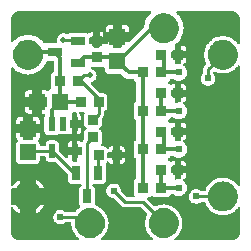
<source format=gbl>
G04 Layer: BottomLayer*
G04 EasyEDA v6.5.38, 2023-11-24 15:02:17*
G04 fd976b0eda274a6ca9a56c4ffa30f9f7,9a5be75d700b4a6385dc1106f27949ae,10*
G04 Gerber Generator version 0.2*
G04 Scale: 100 percent, Rotated: No, Reflected: No *
G04 Dimensions in millimeters *
G04 leading zeros omitted , absolute positions ,4 integer and 5 decimal *
%FSLAX45Y45*%
%MOMM*%

%AMMACRO1*21,1,$1,$2,0,0,$3*%
%ADD10C,0.3100*%
%ADD11C,0.2540*%
%ADD12MACRO1,0.864X0.8065X-90.0000*%
%ADD13R,1.3500X1.4100*%
%ADD14MACRO1,1.35X1.41X0.0000*%
%ADD15MACRO1,1.35X1.41X-90.0000*%
%ADD16MACRO1,0.8X0.9X0.0000*%
%ADD17MACRO1,0.8X0.9X-90.0000*%
%ADD18MACRO1,1.25X0.7X0.0000*%
%ADD19MACRO1,1.25X0.7X90.0000*%
%ADD20MACRO1,0.864X0.8065X90.0000*%
%ADD21R,0.8640X0.8065*%
%ADD22MACRO1,0.864X0.8065X0.0000*%
%ADD23MACRO1,0.49X1.157X0.0000*%
%ADD24MACRO1,0.49X1.175X0.0000*%
%ADD25C,0.6200*%
%ADD26C,0.5080*%
%ADD27C,0.0131*%

%LPD*%
G36*
X737514Y-339496D02*
G01*
X733602Y-338734D01*
X730300Y-336499D01*
X728116Y-333197D01*
X727354Y-329336D01*
X727354Y-306374D01*
X703072Y-306374D01*
X699160Y-305612D01*
X695858Y-303377D01*
X693674Y-300075D01*
X692912Y-296214D01*
X692912Y-263804D01*
X693674Y-259943D01*
X695858Y-256641D01*
X699160Y-254457D01*
X703072Y-253644D01*
X727354Y-253644D01*
X727354Y-209499D01*
X711708Y-209499D01*
X705256Y-210159D01*
X699516Y-211886D01*
X694283Y-214680D01*
X689914Y-218236D01*
X686460Y-220116D01*
X682498Y-220522D01*
X678688Y-219354D01*
X674014Y-216865D01*
X668324Y-215138D01*
X661873Y-214477D01*
X537870Y-214477D01*
X531418Y-215138D01*
X525729Y-216865D01*
X520446Y-219659D01*
X511962Y-226669D01*
X507644Y-227634D01*
X503326Y-226669D01*
X494080Y-222351D01*
X484682Y-219862D01*
X474980Y-218998D01*
X465277Y-219862D01*
X455879Y-222351D01*
X447040Y-226466D01*
X439064Y-232054D01*
X432206Y-238963D01*
X426618Y-246938D01*
X422503Y-255778D01*
X419963Y-265176D01*
X419100Y-274878D01*
X419963Y-284581D01*
X420522Y-286715D01*
X420827Y-290372D01*
X419760Y-293928D01*
X417525Y-296875D01*
X414375Y-298805D01*
X410718Y-299466D01*
X337870Y-299466D01*
X329488Y-300329D01*
X318516Y-303733D01*
X315010Y-303631D01*
X311708Y-302310D01*
X309118Y-299923D01*
X302158Y-291084D01*
X298500Y-286918D01*
X288086Y-276504D01*
X283921Y-272796D01*
X272338Y-263753D01*
X267817Y-260654D01*
X255270Y-253034D01*
X250393Y-250494D01*
X236931Y-244449D01*
X231851Y-242519D01*
X217779Y-238099D01*
X212394Y-236778D01*
X197916Y-234137D01*
X192430Y-233476D01*
X177698Y-232562D01*
X172262Y-232562D01*
X157581Y-233476D01*
X152044Y-234137D01*
X137566Y-236778D01*
X132232Y-238099D01*
X118160Y-242519D01*
X113080Y-244449D01*
X99618Y-250494D01*
X94742Y-253034D01*
X82143Y-260654D01*
X77673Y-263753D01*
X66090Y-272796D01*
X61925Y-276504D01*
X51511Y-286918D01*
X48260Y-290576D01*
X45008Y-293014D01*
X41097Y-293979D01*
X37084Y-293319D01*
X33629Y-291134D01*
X31343Y-287832D01*
X30530Y-283819D01*
X30530Y-101396D01*
X31445Y-89408D01*
X33629Y-79756D01*
X37185Y-70510D01*
X42011Y-61874D01*
X48056Y-54051D01*
X55117Y-47091D01*
X63093Y-41249D01*
X71831Y-36576D01*
X81127Y-33223D01*
X90830Y-31242D01*
X101396Y-30530D01*
X1208836Y-30530D01*
X1212799Y-31343D01*
X1216152Y-33629D01*
X1218336Y-37084D01*
X1218996Y-41097D01*
X1217980Y-45008D01*
X1215542Y-48260D01*
X1211884Y-51511D01*
X1201521Y-61925D01*
X1197813Y-66090D01*
X1188770Y-77673D01*
X1185672Y-82143D01*
X1178052Y-94742D01*
X1175512Y-99618D01*
X1169416Y-113080D01*
X1167485Y-118160D01*
X1163116Y-132232D01*
X1161796Y-137566D01*
X1159154Y-151993D01*
X1158341Y-159258D01*
X1157427Y-162560D01*
X1155446Y-165354D01*
X1032154Y-288645D01*
X1028852Y-290830D01*
X1024991Y-291592D01*
X971296Y-291592D01*
X971296Y-328828D01*
X970534Y-332740D01*
X968298Y-336042D01*
X964996Y-338226D01*
X961136Y-338988D01*
X901242Y-338988D01*
X897331Y-338226D01*
X894080Y-336042D01*
X891844Y-332740D01*
X891082Y-328828D01*
X891082Y-291592D01*
X852017Y-291592D01*
X852017Y-296214D01*
X851255Y-300075D01*
X849020Y-303377D01*
X845718Y-305612D01*
X841857Y-306374D01*
X785012Y-306374D01*
X785012Y-329336D01*
X784250Y-333197D01*
X782066Y-336499D01*
X778764Y-338734D01*
X774852Y-339496D01*
G37*

%LPC*%
G36*
X785012Y-253644D02*
G01*
X812850Y-253644D01*
X812850Y-218541D01*
X813612Y-214680D01*
X814781Y-212902D01*
X812850Y-211886D01*
X807110Y-210159D01*
X800709Y-209499D01*
X785012Y-209499D01*
G37*
G36*
X971296Y-208381D02*
G01*
X1029208Y-208381D01*
X1029208Y-179984D01*
X1028547Y-173583D01*
X1026820Y-167843D01*
X1024026Y-162560D01*
X1020216Y-157988D01*
X1015593Y-154178D01*
X1010361Y-151384D01*
X1004620Y-149606D01*
X998169Y-148996D01*
X971296Y-148996D01*
G37*
G36*
X832612Y-208381D02*
G01*
X891082Y-208381D01*
X891082Y-148996D01*
X864158Y-148996D01*
X857758Y-149606D01*
X852017Y-151384D01*
X846785Y-154178D01*
X842162Y-157988D01*
X838352Y-162560D01*
X835558Y-167843D01*
X833831Y-173583D01*
X833170Y-179984D01*
X833170Y-205790D01*
G37*

%LPD*%
G36*
X101396Y-1969516D02*
G01*
X89408Y-1968550D01*
X79756Y-1966366D01*
X70510Y-1962810D01*
X61874Y-1957984D01*
X54051Y-1951939D01*
X47091Y-1944878D01*
X41249Y-1936902D01*
X36576Y-1928164D01*
X33223Y-1918868D01*
X31242Y-1909165D01*
X30530Y-1898599D01*
X30530Y-1700022D01*
X31343Y-1695957D01*
X33782Y-1692554D01*
X37338Y-1690420D01*
X41503Y-1689912D01*
X45466Y-1691081D01*
X48666Y-1693773D01*
X55676Y-1702765D01*
X58572Y-1706016D01*
X68986Y-1716430D01*
X72237Y-1719275D01*
X83820Y-1728368D01*
X87325Y-1730756D01*
X99923Y-1738375D01*
X105156Y-1741017D01*
X105156Y-1669846D01*
X40690Y-1669846D01*
X36779Y-1669084D01*
X33477Y-1666849D01*
X31292Y-1663598D01*
X30530Y-1659686D01*
X30530Y-1540306D01*
X31292Y-1536395D01*
X33477Y-1533144D01*
X36779Y-1530908D01*
X40690Y-1530146D01*
X105156Y-1530146D01*
X105156Y-1458976D01*
X99923Y-1461617D01*
X87325Y-1469237D01*
X83820Y-1471625D01*
X72237Y-1480718D01*
X68986Y-1483563D01*
X58572Y-1493977D01*
X55676Y-1497228D01*
X48666Y-1506220D01*
X45466Y-1508912D01*
X41503Y-1510080D01*
X37338Y-1509572D01*
X33782Y-1507439D01*
X31343Y-1504035D01*
X30530Y-1499971D01*
X30530Y-516178D01*
X31343Y-512165D01*
X33629Y-508863D01*
X37084Y-506679D01*
X41097Y-506018D01*
X45008Y-506984D01*
X48260Y-509422D01*
X51511Y-513080D01*
X61925Y-523493D01*
X66090Y-527202D01*
X77673Y-536244D01*
X82143Y-539343D01*
X94742Y-546963D01*
X99618Y-549503D01*
X113080Y-555548D01*
X118160Y-557479D01*
X132232Y-561898D01*
X137566Y-563219D01*
X152044Y-565861D01*
X157581Y-566521D01*
X172262Y-567436D01*
X177698Y-567436D01*
X192430Y-566521D01*
X197916Y-565861D01*
X212394Y-563219D01*
X217779Y-561898D01*
X231851Y-557479D01*
X236931Y-555548D01*
X250393Y-549503D01*
X255270Y-546963D01*
X267817Y-539343D01*
X272338Y-536244D01*
X283921Y-527202D01*
X288086Y-523493D01*
X298500Y-513080D01*
X302158Y-508914D01*
X311251Y-497332D01*
X314350Y-492810D01*
X321970Y-480263D01*
X324510Y-475386D01*
X330555Y-461924D01*
X332435Y-457047D01*
X334568Y-453643D01*
X337921Y-451307D01*
X341934Y-450494D01*
X383489Y-450494D01*
X387400Y-451256D01*
X390702Y-453491D01*
X392887Y-456793D01*
X393649Y-460654D01*
X393649Y-538429D01*
X392988Y-542036D01*
X391160Y-545134D01*
X386892Y-548182D01*
X380746Y-553212D01*
X375716Y-559308D01*
X371957Y-566318D01*
X369671Y-573887D01*
X368858Y-582320D01*
X368858Y-667715D01*
X369671Y-676097D01*
X371551Y-682244D01*
X371906Y-686155D01*
X370789Y-689965D01*
X368249Y-693013D01*
X357022Y-698855D01*
X350875Y-703884D01*
X347573Y-706983D01*
X344322Y-708253D01*
X340868Y-708355D01*
X337566Y-707237D01*
X332130Y-704342D01*
X326440Y-702614D01*
X319989Y-702005D01*
X291592Y-702005D01*
X291592Y-759917D01*
X328828Y-759917D01*
X332740Y-760679D01*
X336042Y-762863D01*
X338226Y-766165D01*
X338988Y-770077D01*
X338988Y-828141D01*
X338429Y-831443D01*
X335432Y-836168D01*
X333248Y-838301D01*
X330454Y-839622D01*
X327456Y-840079D01*
X291592Y-840079D01*
X291592Y-897991D01*
X308457Y-897991D01*
X312166Y-898702D01*
X315366Y-900684D01*
X317601Y-903732D01*
X318566Y-907389D01*
X318160Y-911098D01*
X315823Y-918870D01*
X315010Y-927252D01*
X315010Y-1041958D01*
X315823Y-1050391D01*
X318109Y-1057960D01*
X321868Y-1064971D01*
X326898Y-1071067D01*
X333044Y-1076096D01*
X340004Y-1079855D01*
X347624Y-1082141D01*
X356006Y-1083005D01*
X404012Y-1083005D01*
X412394Y-1082141D01*
X419963Y-1079855D01*
X426974Y-1076096D01*
X430885Y-1072896D01*
X433730Y-1071270D01*
X436981Y-1070610D01*
X440283Y-1071067D01*
X444550Y-1072337D01*
X451002Y-1072997D01*
X499008Y-1072997D01*
X505459Y-1072337D01*
X511098Y-1070610D01*
X517601Y-1067054D01*
X520801Y-1065936D01*
X524205Y-1065936D01*
X527405Y-1067054D01*
X533908Y-1070610D01*
X539546Y-1072337D01*
X545998Y-1072997D01*
X551383Y-1072997D01*
X551383Y-1019911D01*
X540156Y-1019911D01*
X536295Y-1019149D01*
X532993Y-1016914D01*
X530758Y-1013612D01*
X529996Y-1009751D01*
X529996Y-959510D01*
X530758Y-955598D01*
X532993Y-952347D01*
X536295Y-950112D01*
X540156Y-949350D01*
X551383Y-949350D01*
X551383Y-896975D01*
X551992Y-893521D01*
X556564Y-885393D01*
X558749Y-882650D01*
X561644Y-880821D01*
X565048Y-880059D01*
X568502Y-880465D01*
X576478Y-882903D01*
X579424Y-883158D01*
X583031Y-884224D01*
X585978Y-886460D01*
X587908Y-889609D01*
X588619Y-893267D01*
X588619Y-949350D01*
X624992Y-949350D01*
X624992Y-927252D01*
X624382Y-920851D01*
X622655Y-915111D01*
X619810Y-909828D01*
X616051Y-905256D01*
X611733Y-901700D01*
X609142Y-898499D01*
X608076Y-894537D01*
X608634Y-890422D01*
X610768Y-886917D01*
X614172Y-884529D01*
X618185Y-883716D01*
X644194Y-883716D01*
X647903Y-884428D01*
X651103Y-886409D01*
X653338Y-889457D01*
X654354Y-893064D01*
X653948Y-896823D01*
X651916Y-903427D01*
X651306Y-909828D01*
X651306Y-989482D01*
X651916Y-995934D01*
X653643Y-1001674D01*
X656488Y-1006906D01*
X660247Y-1011529D01*
X664870Y-1015339D01*
X666242Y-1016050D01*
X669544Y-1018844D01*
X671372Y-1022807D01*
X671372Y-1027176D01*
X669544Y-1031138D01*
X666242Y-1033983D01*
X664870Y-1034694D01*
X660247Y-1038453D01*
X656488Y-1043076D01*
X653643Y-1048359D01*
X651916Y-1054049D01*
X651306Y-1060500D01*
X651306Y-1108710D01*
X650544Y-1112570D01*
X648360Y-1115872D01*
X643280Y-1121054D01*
X638302Y-1127607D01*
X634593Y-1135126D01*
X632104Y-1138275D01*
X628599Y-1140256D01*
X624586Y-1140714D01*
X620725Y-1139545D01*
X617626Y-1137005D01*
X616051Y-1135075D01*
X611428Y-1131316D01*
X606145Y-1128471D01*
X600456Y-1126744D01*
X594004Y-1126134D01*
X588619Y-1126134D01*
X588619Y-1179626D01*
X621639Y-1179626D01*
X625500Y-1180439D01*
X628802Y-1182624D01*
X631037Y-1185926D01*
X631799Y-1189786D01*
X631799Y-1240942D01*
X631037Y-1244803D01*
X628802Y-1248105D01*
X625500Y-1250340D01*
X621639Y-1251102D01*
X588619Y-1251102D01*
X588619Y-1296822D01*
X587806Y-1300734D01*
X585622Y-1304036D01*
X582320Y-1306220D01*
X578459Y-1306982D01*
X561543Y-1306982D01*
X557682Y-1306220D01*
X554380Y-1304036D01*
X552196Y-1300734D01*
X551383Y-1296822D01*
X551383Y-1251102D01*
X515010Y-1251102D01*
X515010Y-1264716D01*
X514248Y-1268628D01*
X512013Y-1271930D01*
X508711Y-1274114D01*
X504850Y-1274876D01*
X500938Y-1274114D01*
X497636Y-1271930D01*
X437997Y-1212240D01*
X435762Y-1208938D01*
X435000Y-1205077D01*
X435000Y-1157122D01*
X434390Y-1150670D01*
X432612Y-1144981D01*
X429818Y-1139698D01*
X426059Y-1135075D01*
X421436Y-1131316D01*
X416153Y-1128471D01*
X410464Y-1126744D01*
X404012Y-1126134D01*
X356006Y-1126134D01*
X349554Y-1126744D01*
X343865Y-1128471D01*
X338582Y-1131316D01*
X333959Y-1135075D01*
X330200Y-1139698D01*
X327355Y-1144981D01*
X325628Y-1150670D01*
X325018Y-1157122D01*
X325018Y-1161999D01*
X324205Y-1165910D01*
X322021Y-1169162D01*
X318719Y-1171397D01*
X314858Y-1172159D01*
X283159Y-1172159D01*
X279298Y-1171397D01*
X275996Y-1169162D01*
X273761Y-1165910D01*
X272999Y-1161999D01*
X272999Y-1154988D01*
X272389Y-1148537D01*
X270662Y-1142847D01*
X267817Y-1137564D01*
X261162Y-1129334D01*
X260197Y-1125016D01*
X261162Y-1120648D01*
X267817Y-1112418D01*
X270662Y-1107135D01*
X272389Y-1101445D01*
X272999Y-1094994D01*
X272999Y-1066596D01*
X215087Y-1066596D01*
X215087Y-1113840D01*
X214325Y-1117701D01*
X212140Y-1121003D01*
X208838Y-1123238D01*
X204927Y-1124000D01*
X145084Y-1124000D01*
X141173Y-1123238D01*
X137871Y-1121003D01*
X135686Y-1117701D01*
X134924Y-1113840D01*
X134924Y-1066596D01*
X77012Y-1066596D01*
X77012Y-1094994D01*
X77622Y-1101445D01*
X79349Y-1107135D01*
X82194Y-1112418D01*
X88849Y-1120648D01*
X89814Y-1125016D01*
X88849Y-1129334D01*
X82194Y-1137564D01*
X79349Y-1142847D01*
X77622Y-1148537D01*
X77012Y-1154988D01*
X77012Y-1294993D01*
X77622Y-1301445D01*
X79349Y-1307134D01*
X82194Y-1312418D01*
X85953Y-1317040D01*
X90576Y-1320800D01*
X95859Y-1323644D01*
X101549Y-1325372D01*
X108000Y-1326032D01*
X242011Y-1326032D01*
X248462Y-1325372D01*
X254152Y-1323644D01*
X259435Y-1320800D01*
X264058Y-1317040D01*
X267817Y-1312418D01*
X270662Y-1307134D01*
X272389Y-1301445D01*
X272999Y-1294993D01*
X272999Y-1268730D01*
X273761Y-1264818D01*
X275996Y-1261567D01*
X279298Y-1259332D01*
X283159Y-1258570D01*
X314858Y-1258570D01*
X318719Y-1259332D01*
X322021Y-1261567D01*
X324205Y-1264818D01*
X325018Y-1268730D01*
X325018Y-1273606D01*
X325628Y-1280058D01*
X327355Y-1285798D01*
X330200Y-1291031D01*
X333959Y-1295654D01*
X338582Y-1299464D01*
X343865Y-1302258D01*
X349554Y-1303985D01*
X356006Y-1304645D01*
X403961Y-1304645D01*
X407822Y-1305407D01*
X411124Y-1307592D01*
X511505Y-1407972D01*
X513740Y-1411274D01*
X514502Y-1415186D01*
X514502Y-1462024D01*
X515112Y-1468424D01*
X516839Y-1474165D01*
X519684Y-1479448D01*
X523443Y-1484020D01*
X528066Y-1487830D01*
X533349Y-1490624D01*
X539038Y-1492351D01*
X545490Y-1493012D01*
X614476Y-1493012D01*
X618134Y-1492656D01*
X622096Y-1493062D01*
X625551Y-1494891D01*
X628091Y-1497990D01*
X629259Y-1501749D01*
X628853Y-1505712D01*
X626973Y-1509217D01*
X618439Y-1515973D01*
X614680Y-1520545D01*
X611886Y-1525828D01*
X610108Y-1531569D01*
X609498Y-1537970D01*
X609498Y-1661972D01*
X610108Y-1668424D01*
X611886Y-1674164D01*
X616559Y-1683105D01*
X616762Y-1687220D01*
X615340Y-1691132D01*
X612495Y-1694129D01*
X608838Y-1696618D01*
X597255Y-1705711D01*
X594004Y-1708556D01*
X583590Y-1718970D01*
X580694Y-1722221D01*
X576326Y-1727860D01*
X574090Y-1729943D01*
X571347Y-1731314D01*
X568299Y-1731772D01*
X497738Y-1731772D01*
X494436Y-1731213D01*
X491490Y-1729638D01*
X483616Y-1723491D01*
X474675Y-1718665D01*
X465074Y-1715363D01*
X455066Y-1713687D01*
X444906Y-1713687D01*
X434898Y-1715363D01*
X425297Y-1718665D01*
X416356Y-1723491D01*
X408381Y-1729739D01*
X401472Y-1737207D01*
X395935Y-1745691D01*
X391871Y-1754987D01*
X389382Y-1764842D01*
X388518Y-1774952D01*
X389382Y-1785061D01*
X391871Y-1794916D01*
X395935Y-1804212D01*
X401472Y-1812696D01*
X408381Y-1820164D01*
X416356Y-1826412D01*
X425297Y-1831238D01*
X434898Y-1834540D01*
X444906Y-1836216D01*
X455066Y-1836216D01*
X465074Y-1834540D01*
X474675Y-1831238D01*
X483616Y-1826412D01*
X491490Y-1820316D01*
X494436Y-1818741D01*
X497738Y-1818182D01*
X532434Y-1818182D01*
X536194Y-1818893D01*
X539445Y-1820925D01*
X541680Y-1824024D01*
X542594Y-1827733D01*
X543458Y-1841804D01*
X543966Y-1846122D01*
X546608Y-1860600D01*
X547674Y-1864817D01*
X552043Y-1878838D01*
X553567Y-1882851D01*
X559612Y-1896262D01*
X561594Y-1900072D01*
X569214Y-1912670D01*
X571652Y-1916175D01*
X580694Y-1927758D01*
X583590Y-1931009D01*
X594004Y-1941423D01*
X597255Y-1944319D01*
X606247Y-1951329D01*
X608888Y-1954530D01*
X610108Y-1958492D01*
X609600Y-1962657D01*
X607415Y-1966214D01*
X604062Y-1968652D01*
X599948Y-1969516D01*
G37*

%LPC*%
G36*
X244856Y-1741017D02*
G01*
X250088Y-1738375D01*
X262636Y-1730756D01*
X266141Y-1728368D01*
X277774Y-1719275D01*
X281025Y-1716430D01*
X291439Y-1706016D01*
X294284Y-1702765D01*
X303377Y-1691132D01*
X305765Y-1687677D01*
X313385Y-1675079D01*
X316026Y-1669846D01*
X244856Y-1669846D01*
G37*
G36*
X244856Y-1530146D02*
G01*
X316026Y-1530146D01*
X313385Y-1524914D01*
X305765Y-1512316D01*
X303377Y-1508861D01*
X294284Y-1497228D01*
X291439Y-1493977D01*
X281025Y-1483563D01*
X277774Y-1480718D01*
X266141Y-1471625D01*
X262636Y-1469237D01*
X250088Y-1461617D01*
X244856Y-1458976D01*
G37*
G36*
X515010Y-1179626D02*
G01*
X551383Y-1179626D01*
X551383Y-1126134D01*
X545998Y-1126134D01*
X539546Y-1126744D01*
X533857Y-1128471D01*
X528574Y-1131316D01*
X523951Y-1135075D01*
X520192Y-1139698D01*
X517347Y-1144981D01*
X515620Y-1150670D01*
X515010Y-1157122D01*
G37*
G36*
X588619Y-1072997D02*
G01*
X594004Y-1072997D01*
X600456Y-1072337D01*
X606145Y-1070610D01*
X611428Y-1067816D01*
X616051Y-1064006D01*
X619810Y-1059383D01*
X622655Y-1054150D01*
X624382Y-1048410D01*
X624992Y-1041958D01*
X624992Y-1019911D01*
X588619Y-1019911D01*
G37*
G36*
X77012Y-983386D02*
G01*
X134924Y-983386D01*
X134924Y-924001D01*
X108000Y-924001D01*
X101549Y-924610D01*
X95859Y-926337D01*
X90576Y-929182D01*
X85953Y-932942D01*
X82194Y-937564D01*
X79349Y-942848D01*
X77622Y-948537D01*
X77012Y-954989D01*
G37*
G36*
X215087Y-983386D02*
G01*
X272999Y-983386D01*
X272999Y-954989D01*
X272389Y-948537D01*
X270662Y-942848D01*
X267817Y-937564D01*
X264058Y-932942D01*
X259435Y-929182D01*
X254152Y-926337D01*
X248462Y-924610D01*
X242011Y-924001D01*
X215087Y-924001D01*
G37*
G36*
X179984Y-897991D02*
G01*
X208381Y-897991D01*
X208381Y-840079D01*
X148996Y-840079D01*
X148996Y-867003D01*
X149606Y-873455D01*
X151384Y-879144D01*
X154178Y-884428D01*
X157937Y-889050D01*
X162560Y-892810D01*
X167843Y-895654D01*
X173532Y-897382D01*
G37*
G36*
X148996Y-759917D02*
G01*
X208381Y-759917D01*
X208381Y-702005D01*
X179984Y-702005D01*
X173532Y-702614D01*
X167843Y-704342D01*
X162560Y-707186D01*
X157937Y-710946D01*
X154178Y-715568D01*
X151384Y-720852D01*
X149606Y-726541D01*
X148996Y-732993D01*
G37*

%LPD*%
G36*
X800049Y-1969516D02*
G01*
X795934Y-1968652D01*
X792581Y-1966214D01*
X790397Y-1962657D01*
X789889Y-1958492D01*
X791108Y-1954530D01*
X793750Y-1951329D01*
X802741Y-1944319D01*
X805992Y-1941423D01*
X816406Y-1931009D01*
X819302Y-1927758D01*
X828344Y-1916175D01*
X830783Y-1912670D01*
X838403Y-1900072D01*
X840384Y-1896262D01*
X846429Y-1882851D01*
X847953Y-1878838D01*
X852322Y-1864817D01*
X853389Y-1860600D01*
X856030Y-1846122D01*
X856538Y-1841804D01*
X857453Y-1827123D01*
X857453Y-1822856D01*
X856538Y-1808175D01*
X856030Y-1803857D01*
X853389Y-1789379D01*
X852322Y-1785213D01*
X847953Y-1771142D01*
X846429Y-1767179D01*
X840384Y-1753717D01*
X838403Y-1749907D01*
X830783Y-1737360D01*
X828344Y-1733854D01*
X819302Y-1722221D01*
X816406Y-1718970D01*
X805992Y-1708556D01*
X802741Y-1705711D01*
X791159Y-1696618D01*
X787654Y-1694230D01*
X775055Y-1686610D01*
X771245Y-1684629D01*
X757834Y-1678584D01*
X753821Y-1677060D01*
X747369Y-1675028D01*
X744270Y-1673453D01*
X741934Y-1670913D01*
X740511Y-1667764D01*
X740257Y-1664309D01*
X740511Y-1661972D01*
X740511Y-1537970D01*
X739851Y-1531569D01*
X738124Y-1525828D01*
X735330Y-1520545D01*
X731520Y-1515973D01*
X723036Y-1509217D01*
X721156Y-1505712D01*
X720750Y-1501749D01*
X721918Y-1497990D01*
X724408Y-1494891D01*
X727913Y-1493062D01*
X731875Y-1492656D01*
X735482Y-1493012D01*
X804519Y-1493012D01*
X810920Y-1492351D01*
X816660Y-1490624D01*
X821944Y-1487830D01*
X826516Y-1484020D01*
X830326Y-1479448D01*
X833119Y-1474165D01*
X834847Y-1468424D01*
X835507Y-1462024D01*
X835507Y-1338021D01*
X834847Y-1331569D01*
X833069Y-1325676D01*
X832713Y-1321714D01*
X833831Y-1317955D01*
X840333Y-1310132D01*
X841044Y-1308760D01*
X843889Y-1305458D01*
X847801Y-1303629D01*
X852169Y-1303629D01*
X856132Y-1305458D01*
X858977Y-1308760D01*
X859688Y-1310132D01*
X863447Y-1314754D01*
X868070Y-1318514D01*
X873353Y-1321358D01*
X879043Y-1323086D01*
X885494Y-1323695D01*
X898804Y-1323695D01*
X898804Y-1277924D01*
X855675Y-1277924D01*
X851763Y-1277162D01*
X848461Y-1274978D01*
X846277Y-1271676D01*
X845515Y-1267764D01*
X845515Y-1232204D01*
X846277Y-1228344D01*
X848461Y-1225042D01*
X851763Y-1222806D01*
X855675Y-1222044D01*
X898804Y-1222044D01*
X898804Y-1176274D01*
X885494Y-1176274D01*
X879043Y-1176934D01*
X873353Y-1178661D01*
X868070Y-1181455D01*
X863447Y-1185265D01*
X859688Y-1189888D01*
X858977Y-1191209D01*
X856132Y-1194511D01*
X852169Y-1196340D01*
X847801Y-1196340D01*
X843889Y-1194511D01*
X841044Y-1191209D01*
X840333Y-1189888D01*
X836523Y-1185265D01*
X831900Y-1181455D01*
X826668Y-1178661D01*
X820928Y-1176934D01*
X814476Y-1176274D01*
X799642Y-1176274D01*
X795883Y-1175562D01*
X792683Y-1173530D01*
X790448Y-1170482D01*
X789482Y-1166774D01*
X789990Y-1163015D01*
X791768Y-1159662D01*
X793546Y-1157579D01*
X796340Y-1152296D01*
X798068Y-1146606D01*
X798728Y-1140155D01*
X798728Y-1060500D01*
X798068Y-1054049D01*
X796340Y-1048359D01*
X793546Y-1043076D01*
X789736Y-1038453D01*
X785114Y-1034694D01*
X783793Y-1033983D01*
X780491Y-1031138D01*
X778662Y-1027176D01*
X778662Y-1022807D01*
X780491Y-1018844D01*
X783793Y-1016050D01*
X785114Y-1015339D01*
X789736Y-1011529D01*
X793546Y-1006906D01*
X796340Y-1001674D01*
X798068Y-995934D01*
X798728Y-989482D01*
X798728Y-941273D01*
X799490Y-937412D01*
X801624Y-934110D01*
X807059Y-928624D01*
X812038Y-922070D01*
X815594Y-914908D01*
X817778Y-907237D01*
X818540Y-898855D01*
X818540Y-881532D01*
X819454Y-877316D01*
X821994Y-873912D01*
X825753Y-871829D01*
X827278Y-871321D01*
X832561Y-868527D01*
X837184Y-864717D01*
X840994Y-860145D01*
X843787Y-854862D01*
X845515Y-849121D01*
X846175Y-842721D01*
X846175Y-757275D01*
X845515Y-750874D01*
X843787Y-745134D01*
X840994Y-739902D01*
X837184Y-735279D01*
X832561Y-731469D01*
X827278Y-728675D01*
X821588Y-726948D01*
X815136Y-726287D01*
X791616Y-726287D01*
X787704Y-725525D01*
X784402Y-723341D01*
X707390Y-646277D01*
X705104Y-642721D01*
X704443Y-638556D01*
X705510Y-634492D01*
X708152Y-631190D01*
X711962Y-629259D01*
X719074Y-627380D01*
X727913Y-623265D01*
X735888Y-617677D01*
X742797Y-610768D01*
X748385Y-602792D01*
X752500Y-593953D01*
X754989Y-584555D01*
X755853Y-574852D01*
X754989Y-565150D01*
X752500Y-555752D01*
X748385Y-546912D01*
X742797Y-538937D01*
X735888Y-532079D01*
X727913Y-526491D01*
X719074Y-522376D01*
X712012Y-520496D01*
X708304Y-518617D01*
X705662Y-515416D01*
X704545Y-511403D01*
X705053Y-507288D01*
X707186Y-503732D01*
X710590Y-501345D01*
X714654Y-500481D01*
X800709Y-500481D01*
X809091Y-499668D01*
X813816Y-498957D01*
X817422Y-499973D01*
X820470Y-502208D01*
X822452Y-505409D01*
X823163Y-509117D01*
X823163Y-519988D01*
X823976Y-528421D01*
X826312Y-535990D01*
X830021Y-543001D01*
X835050Y-549097D01*
X841197Y-554126D01*
X848207Y-557885D01*
X855776Y-560171D01*
X864158Y-561035D01*
X958799Y-561035D01*
X962660Y-561797D01*
X965962Y-563981D01*
X991412Y-589432D01*
X995171Y-592886D01*
X999032Y-595884D01*
X1003198Y-598474D01*
X1007516Y-600760D01*
X1012037Y-602640D01*
X1016660Y-604113D01*
X1021435Y-605129D01*
X1026312Y-605790D01*
X1031392Y-605993D01*
X1064463Y-605993D01*
X1068019Y-606653D01*
X1071168Y-608533D01*
X1073404Y-611378D01*
X1075690Y-615696D01*
X1080719Y-621792D01*
X1086866Y-626821D01*
X1091133Y-629869D01*
X1093012Y-632968D01*
X1093673Y-636574D01*
X1093673Y-788466D01*
X1093012Y-792022D01*
X1091133Y-795121D01*
X1086866Y-798169D01*
X1080719Y-803198D01*
X1075690Y-809345D01*
X1071981Y-816305D01*
X1069644Y-823925D01*
X1068832Y-832307D01*
X1068832Y-917702D01*
X1069644Y-926084D01*
X1071981Y-933703D01*
X1075690Y-940663D01*
X1080719Y-946810D01*
X1086866Y-951839D01*
X1091133Y-954836D01*
X1093012Y-957986D01*
X1093673Y-961542D01*
X1093673Y-1113434D01*
X1093012Y-1117041D01*
X1091133Y-1120140D01*
X1086866Y-1123137D01*
X1080719Y-1128166D01*
X1075690Y-1134313D01*
X1071981Y-1141323D01*
X1069644Y-1148892D01*
X1068832Y-1157274D01*
X1068832Y-1242720D01*
X1069644Y-1251102D01*
X1071981Y-1258671D01*
X1075690Y-1265682D01*
X1080719Y-1271828D01*
X1086866Y-1276858D01*
X1091133Y-1279855D01*
X1093012Y-1282954D01*
X1093673Y-1286560D01*
X1093673Y-1438452D01*
X1093012Y-1442008D01*
X1091133Y-1445158D01*
X1086866Y-1448155D01*
X1080719Y-1453184D01*
X1075690Y-1459331D01*
X1071981Y-1466291D01*
X1069644Y-1473911D01*
X1068832Y-1482293D01*
X1068832Y-1567688D01*
X1069644Y-1576070D01*
X1071981Y-1583639D01*
X1076401Y-1591767D01*
X1077569Y-1595780D01*
X1077061Y-1599895D01*
X1074928Y-1603502D01*
X1071524Y-1605940D01*
X1067460Y-1606804D01*
X1022146Y-1606804D01*
X1018235Y-1606042D01*
X1014933Y-1603806D01*
X964133Y-1553006D01*
X962101Y-1550111D01*
X961186Y-1546656D01*
X960628Y-1539849D01*
X958138Y-1529994D01*
X954074Y-1520698D01*
X948486Y-1512214D01*
X941628Y-1504746D01*
X933602Y-1498498D01*
X924712Y-1493672D01*
X915111Y-1490370D01*
X905052Y-1488694D01*
X894943Y-1488694D01*
X884885Y-1490370D01*
X875284Y-1493672D01*
X866394Y-1498498D01*
X858367Y-1504746D01*
X851509Y-1512214D01*
X845921Y-1520698D01*
X841857Y-1529994D01*
X839368Y-1539849D01*
X838504Y-1549958D01*
X839368Y-1560068D01*
X841857Y-1569923D01*
X845921Y-1579219D01*
X851509Y-1587703D01*
X858367Y-1595170D01*
X866394Y-1601419D01*
X875284Y-1606245D01*
X884885Y-1609547D01*
X899820Y-1611985D01*
X903122Y-1614220D01*
X970686Y-1681683D01*
X977290Y-1686712D01*
X984453Y-1690268D01*
X992124Y-1692402D01*
X1000506Y-1693214D01*
X1127912Y-1693214D01*
X1131773Y-1693976D01*
X1135075Y-1696161D01*
X1182116Y-1743252D01*
X1184402Y-1746605D01*
X1185113Y-1750618D01*
X1184198Y-1754581D01*
X1178560Y-1767179D01*
X1177036Y-1771142D01*
X1172667Y-1785213D01*
X1171600Y-1789379D01*
X1168958Y-1803857D01*
X1168450Y-1808175D01*
X1167587Y-1822856D01*
X1167587Y-1827123D01*
X1168450Y-1841804D01*
X1168958Y-1846122D01*
X1171600Y-1860600D01*
X1172667Y-1864817D01*
X1177036Y-1878838D01*
X1178560Y-1882851D01*
X1184605Y-1896262D01*
X1186586Y-1900072D01*
X1194206Y-1912670D01*
X1196644Y-1916175D01*
X1205687Y-1927758D01*
X1208582Y-1931009D01*
X1218996Y-1941423D01*
X1222248Y-1944319D01*
X1231239Y-1951329D01*
X1233932Y-1954530D01*
X1235100Y-1958492D01*
X1234592Y-1962657D01*
X1232458Y-1966214D01*
X1229055Y-1968652D01*
X1224991Y-1969516D01*
G37*

%LPC*%
G36*
X951839Y-1323695D02*
G01*
X965149Y-1323695D01*
X971600Y-1323086D01*
X977290Y-1321358D01*
X982573Y-1318514D01*
X987196Y-1314754D01*
X990955Y-1310132D01*
X993800Y-1304848D01*
X995527Y-1299159D01*
X996137Y-1292707D01*
X996137Y-1277924D01*
X951839Y-1277924D01*
G37*
G36*
X951839Y-1222044D02*
G01*
X996137Y-1222044D01*
X996137Y-1207312D01*
X995527Y-1200861D01*
X993800Y-1195120D01*
X990955Y-1189888D01*
X987196Y-1185265D01*
X982573Y-1181455D01*
X977290Y-1178661D01*
X971600Y-1176934D01*
X965149Y-1176274D01*
X951839Y-1176274D01*
G37*

%LPD*%
G36*
X1425041Y-1969516D02*
G01*
X1420926Y-1968652D01*
X1417574Y-1966214D01*
X1415440Y-1962657D01*
X1414881Y-1958492D01*
X1416100Y-1954530D01*
X1418793Y-1951329D01*
X1427784Y-1944319D01*
X1431036Y-1941423D01*
X1441399Y-1931009D01*
X1444294Y-1927758D01*
X1453388Y-1916175D01*
X1455775Y-1912670D01*
X1463395Y-1900072D01*
X1465376Y-1896262D01*
X1471422Y-1882851D01*
X1472946Y-1878838D01*
X1477365Y-1864817D01*
X1478381Y-1860600D01*
X1481023Y-1846122D01*
X1481531Y-1841804D01*
X1482445Y-1827123D01*
X1482445Y-1822856D01*
X1481531Y-1808175D01*
X1481023Y-1803857D01*
X1478381Y-1789379D01*
X1477365Y-1785213D01*
X1472946Y-1771142D01*
X1471422Y-1767179D01*
X1465376Y-1753717D01*
X1463395Y-1749907D01*
X1455775Y-1737360D01*
X1453388Y-1733854D01*
X1444294Y-1722221D01*
X1441399Y-1718970D01*
X1431036Y-1708556D01*
X1427784Y-1705711D01*
X1416151Y-1696618D01*
X1412646Y-1694230D01*
X1400098Y-1686610D01*
X1396288Y-1684629D01*
X1382826Y-1678584D01*
X1378864Y-1677060D01*
X1364792Y-1672640D01*
X1360627Y-1671624D01*
X1346149Y-1668983D01*
X1341831Y-1668424D01*
X1327099Y-1667560D01*
X1322882Y-1667560D01*
X1308150Y-1668424D01*
X1303883Y-1668983D01*
X1289405Y-1671624D01*
X1285189Y-1672640D01*
X1271168Y-1677060D01*
X1267155Y-1678584D01*
X1254607Y-1684223D01*
X1250645Y-1685086D01*
X1246632Y-1684375D01*
X1243228Y-1682140D01*
X1186789Y-1625650D01*
X1184605Y-1622501D01*
X1183792Y-1618792D01*
X1184402Y-1615033D01*
X1186332Y-1611782D01*
X1189329Y-1609445D01*
X1192936Y-1608378D01*
X1197914Y-1607870D01*
X1205484Y-1605584D01*
X1212494Y-1601825D01*
X1218539Y-1596847D01*
X1221587Y-1595120D01*
X1224991Y-1594561D01*
X1228445Y-1595120D01*
X1231442Y-1596847D01*
X1237538Y-1601825D01*
X1244498Y-1605584D01*
X1252118Y-1607870D01*
X1260500Y-1608683D01*
X1340154Y-1608683D01*
X1348536Y-1607870D01*
X1356106Y-1605584D01*
X1363116Y-1601825D01*
X1369263Y-1596796D01*
X1374292Y-1590700D01*
X1376578Y-1586382D01*
X1378864Y-1583537D01*
X1381963Y-1581658D01*
X1385570Y-1580997D01*
X1402130Y-1580997D01*
X1404924Y-1581404D01*
X1407464Y-1582521D01*
X1417523Y-1588668D01*
X1427886Y-1592986D01*
X1438808Y-1595577D01*
X1449984Y-1596491D01*
X1461160Y-1595577D01*
X1472082Y-1592986D01*
X1482445Y-1588668D01*
X1491996Y-1582826D01*
X1500530Y-1575562D01*
X1507845Y-1567027D01*
X1513687Y-1557426D01*
X1517954Y-1547063D01*
X1520596Y-1536192D01*
X1521460Y-1525016D01*
X1520596Y-1513840D01*
X1517954Y-1502918D01*
X1513687Y-1492554D01*
X1507845Y-1483004D01*
X1500530Y-1474470D01*
X1489151Y-1464564D01*
X1487525Y-1461058D01*
X1487271Y-1457198D01*
X1488490Y-1453540D01*
X1490980Y-1450594D01*
X1494434Y-1448816D01*
X1496618Y-1448155D01*
X1501902Y-1445310D01*
X1506524Y-1441551D01*
X1510334Y-1436928D01*
X1513128Y-1431645D01*
X1514856Y-1425956D01*
X1515516Y-1419504D01*
X1515516Y-1403858D01*
X1471320Y-1403858D01*
X1471320Y-1444193D01*
X1470507Y-1448257D01*
X1468069Y-1451660D01*
X1464513Y-1453794D01*
X1460398Y-1454353D01*
X1449984Y-1453540D01*
X1438808Y-1454404D01*
X1431188Y-1456232D01*
X1427530Y-1456436D01*
X1424025Y-1455318D01*
X1421180Y-1453083D01*
X1419301Y-1449933D01*
X1418640Y-1446377D01*
X1418640Y-1403858D01*
X1395679Y-1403858D01*
X1391767Y-1403096D01*
X1388516Y-1400860D01*
X1386281Y-1397558D01*
X1385519Y-1393698D01*
X1385519Y-1356309D01*
X1386281Y-1352397D01*
X1388516Y-1349146D01*
X1391767Y-1346911D01*
X1395679Y-1346149D01*
X1418640Y-1346149D01*
X1418640Y-1299514D01*
X1405483Y-1299514D01*
X1399032Y-1300124D01*
X1393342Y-1301851D01*
X1387246Y-1305102D01*
X1383944Y-1306220D01*
X1380490Y-1306118D01*
X1377238Y-1304848D01*
X1373632Y-1301394D01*
X1367332Y-1296263D01*
X1363675Y-1294079D01*
X1360779Y-1291539D01*
X1359001Y-1288084D01*
X1358696Y-1284173D01*
X1359865Y-1280464D01*
X1362354Y-1277467D01*
X1369263Y-1271828D01*
X1374292Y-1265682D01*
X1376578Y-1261364D01*
X1378864Y-1258519D01*
X1381963Y-1256639D01*
X1385570Y-1255979D01*
X1402181Y-1255979D01*
X1404924Y-1256334D01*
X1407464Y-1257452D01*
X1417523Y-1263650D01*
X1427886Y-1267917D01*
X1438808Y-1270558D01*
X1449984Y-1271422D01*
X1461160Y-1270558D01*
X1472082Y-1267917D01*
X1482445Y-1263650D01*
X1491996Y-1257808D01*
X1500530Y-1250492D01*
X1507845Y-1241958D01*
X1513687Y-1232408D01*
X1517954Y-1222044D01*
X1520596Y-1211122D01*
X1521460Y-1199946D01*
X1520596Y-1188770D01*
X1517954Y-1177899D01*
X1513687Y-1167536D01*
X1507845Y-1157935D01*
X1500530Y-1149400D01*
X1491996Y-1142136D01*
X1489202Y-1139494D01*
X1487576Y-1136040D01*
X1487322Y-1132179D01*
X1488541Y-1128522D01*
X1491030Y-1125575D01*
X1494434Y-1123797D01*
X1496618Y-1123137D01*
X1501902Y-1120343D01*
X1506524Y-1116533D01*
X1510334Y-1111910D01*
X1513128Y-1106678D01*
X1514856Y-1100937D01*
X1515516Y-1094486D01*
X1515516Y-1078839D01*
X1471320Y-1078839D01*
X1471320Y-1119174D01*
X1470507Y-1123238D01*
X1468069Y-1126642D01*
X1464513Y-1128776D01*
X1460398Y-1129284D01*
X1449984Y-1128471D01*
X1438808Y-1129385D01*
X1431188Y-1131214D01*
X1427530Y-1131417D01*
X1424025Y-1130300D01*
X1421180Y-1128064D01*
X1419301Y-1124915D01*
X1418640Y-1121308D01*
X1418640Y-1078839D01*
X1395679Y-1078839D01*
X1391767Y-1078077D01*
X1388516Y-1075893D01*
X1386281Y-1072591D01*
X1385519Y-1068679D01*
X1385519Y-1031290D01*
X1386281Y-1027430D01*
X1388516Y-1024128D01*
X1391767Y-1021943D01*
X1395679Y-1021130D01*
X1418640Y-1021130D01*
X1418640Y-974496D01*
X1405483Y-974496D01*
X1399032Y-975106D01*
X1393342Y-976884D01*
X1387246Y-980135D01*
X1383944Y-981202D01*
X1380490Y-981100D01*
X1377238Y-979881D01*
X1373632Y-976376D01*
X1367332Y-971245D01*
X1363675Y-969111D01*
X1360779Y-966520D01*
X1359001Y-963066D01*
X1358696Y-959205D01*
X1359865Y-955497D01*
X1362354Y-952500D01*
X1369263Y-946810D01*
X1374292Y-940663D01*
X1376578Y-936396D01*
X1378864Y-933551D01*
X1381963Y-931671D01*
X1385570Y-931011D01*
X1402130Y-931011D01*
X1404924Y-931367D01*
X1407464Y-932484D01*
X1417523Y-938682D01*
X1427886Y-943000D01*
X1438808Y-945591D01*
X1449984Y-946454D01*
X1461160Y-945591D01*
X1472082Y-943000D01*
X1482445Y-938682D01*
X1491996Y-932840D01*
X1500530Y-925525D01*
X1507845Y-916990D01*
X1513687Y-907440D01*
X1517954Y-897077D01*
X1520596Y-886206D01*
X1521460Y-874979D01*
X1520596Y-863803D01*
X1517954Y-852932D01*
X1513687Y-842568D01*
X1507845Y-832967D01*
X1500530Y-824433D01*
X1489151Y-814578D01*
X1487525Y-811072D01*
X1487271Y-807212D01*
X1488490Y-803554D01*
X1490980Y-800608D01*
X1494434Y-798830D01*
X1496618Y-798118D01*
X1501902Y-795324D01*
X1506524Y-791514D01*
X1510334Y-786942D01*
X1513128Y-781659D01*
X1514856Y-775919D01*
X1515516Y-769518D01*
X1515516Y-753872D01*
X1471320Y-753872D01*
X1471320Y-794207D01*
X1470507Y-798271D01*
X1468069Y-801674D01*
X1464513Y-803808D01*
X1460398Y-804316D01*
X1449984Y-803503D01*
X1438808Y-804418D01*
X1431188Y-806246D01*
X1427530Y-806450D01*
X1424025Y-805332D01*
X1421180Y-803097D01*
X1419301Y-799947D01*
X1418640Y-796340D01*
X1418640Y-753872D01*
X1395679Y-753872D01*
X1391767Y-753059D01*
X1388516Y-750874D01*
X1386281Y-747572D01*
X1385519Y-743712D01*
X1385519Y-706323D01*
X1386281Y-702411D01*
X1388516Y-699109D01*
X1391767Y-696925D01*
X1395679Y-696163D01*
X1418640Y-696163D01*
X1418640Y-649478D01*
X1405483Y-649478D01*
X1399032Y-650138D01*
X1393342Y-651865D01*
X1387246Y-655116D01*
X1383944Y-656183D01*
X1380490Y-656132D01*
X1377238Y-654862D01*
X1373632Y-651408D01*
X1367332Y-646226D01*
X1363675Y-644093D01*
X1360779Y-641553D01*
X1359001Y-638048D01*
X1358696Y-634187D01*
X1359865Y-630478D01*
X1362354Y-627481D01*
X1369263Y-621792D01*
X1374292Y-615696D01*
X1376578Y-611378D01*
X1378864Y-608533D01*
X1381963Y-606653D01*
X1385519Y-606044D01*
X1402232Y-606044D01*
X1404975Y-606399D01*
X1407515Y-607517D01*
X1417523Y-613664D01*
X1427886Y-617931D01*
X1438808Y-620572D01*
X1449984Y-621436D01*
X1461160Y-620572D01*
X1472082Y-617931D01*
X1482445Y-613664D01*
X1491996Y-607822D01*
X1500530Y-600506D01*
X1507845Y-591972D01*
X1513687Y-582422D01*
X1517954Y-572058D01*
X1520596Y-561136D01*
X1521460Y-549960D01*
X1520596Y-538784D01*
X1517954Y-527913D01*
X1513687Y-517550D01*
X1507845Y-507949D01*
X1500530Y-499414D01*
X1491996Y-492150D01*
X1489202Y-489508D01*
X1487525Y-486054D01*
X1487322Y-482193D01*
X1488541Y-478535D01*
X1491030Y-475589D01*
X1494434Y-473811D01*
X1496618Y-473151D01*
X1501902Y-470306D01*
X1506524Y-466547D01*
X1510334Y-461924D01*
X1513128Y-456641D01*
X1514856Y-450951D01*
X1515516Y-444500D01*
X1515516Y-428853D01*
X1471320Y-428853D01*
X1471320Y-469188D01*
X1470507Y-473252D01*
X1468069Y-476656D01*
X1464513Y-478790D01*
X1460398Y-479298D01*
X1449984Y-478485D01*
X1438808Y-479399D01*
X1431188Y-481228D01*
X1427530Y-481431D01*
X1424025Y-480314D01*
X1421180Y-478078D01*
X1419301Y-474929D01*
X1418640Y-471322D01*
X1418640Y-428853D01*
X1395679Y-428853D01*
X1391767Y-428091D01*
X1388516Y-425856D01*
X1386281Y-422554D01*
X1385519Y-418693D01*
X1385519Y-381304D01*
X1386281Y-377444D01*
X1388516Y-374142D01*
X1391767Y-371906D01*
X1395679Y-371144D01*
X1418640Y-371144D01*
X1418640Y-319074D01*
X1419098Y-316077D01*
X1420418Y-313283D01*
X1422552Y-311099D01*
X1433931Y-302158D01*
X1438097Y-298500D01*
X1448511Y-288086D01*
X1452168Y-283921D01*
X1461262Y-272338D01*
X1464360Y-267817D01*
X1471930Y-255270D01*
X1474520Y-250393D01*
X1480566Y-236931D01*
X1482496Y-231851D01*
X1486865Y-217779D01*
X1488236Y-212394D01*
X1490878Y-197916D01*
X1491538Y-192430D01*
X1492402Y-177698D01*
X1492402Y-172262D01*
X1491538Y-157581D01*
X1490878Y-152044D01*
X1488236Y-137566D01*
X1486865Y-132232D01*
X1482496Y-118160D01*
X1480566Y-113080D01*
X1474520Y-99618D01*
X1471930Y-94742D01*
X1464360Y-82143D01*
X1461262Y-77673D01*
X1452168Y-66090D01*
X1448511Y-61925D01*
X1438097Y-51511D01*
X1434439Y-48260D01*
X1432001Y-45008D01*
X1431036Y-41097D01*
X1431645Y-37084D01*
X1433830Y-33629D01*
X1437182Y-31343D01*
X1441145Y-30530D01*
X1898599Y-30530D01*
X1910588Y-31445D01*
X1920239Y-33629D01*
X1929485Y-37185D01*
X1938121Y-42011D01*
X1945995Y-48056D01*
X1952904Y-55117D01*
X1958746Y-63093D01*
X1963420Y-71831D01*
X1966772Y-81127D01*
X1968754Y-90830D01*
X1969465Y-101396D01*
X1969465Y-299974D01*
X1968652Y-304038D01*
X1966214Y-307441D01*
X1962657Y-309575D01*
X1958492Y-310083D01*
X1954530Y-308914D01*
X1951329Y-306222D01*
X1944319Y-297230D01*
X1941423Y-293979D01*
X1931009Y-283565D01*
X1927758Y-280720D01*
X1916175Y-271627D01*
X1912670Y-269240D01*
X1900072Y-261620D01*
X1896262Y-259588D01*
X1882851Y-253542D01*
X1878838Y-252069D01*
X1864817Y-247650D01*
X1860600Y-246634D01*
X1846122Y-243941D01*
X1841804Y-243433D01*
X1827123Y-242570D01*
X1822856Y-242570D01*
X1808175Y-243433D01*
X1803857Y-243941D01*
X1789379Y-246634D01*
X1785213Y-247650D01*
X1771142Y-252069D01*
X1767179Y-253542D01*
X1753717Y-259588D01*
X1749907Y-261620D01*
X1737360Y-269240D01*
X1733854Y-271627D01*
X1722221Y-280720D01*
X1718970Y-283565D01*
X1708556Y-293979D01*
X1705711Y-297230D01*
X1696618Y-308864D01*
X1694230Y-312318D01*
X1686610Y-324916D01*
X1684629Y-328726D01*
X1678584Y-342188D01*
X1677060Y-346151D01*
X1672640Y-360222D01*
X1671624Y-364388D01*
X1668983Y-378866D01*
X1668424Y-383184D01*
X1667560Y-397865D01*
X1667560Y-402132D01*
X1668424Y-416814D01*
X1668983Y-421132D01*
X1671624Y-435609D01*
X1672640Y-439775D01*
X1677060Y-453847D01*
X1678584Y-457809D01*
X1684223Y-470408D01*
X1685086Y-474370D01*
X1684375Y-478332D01*
X1682140Y-481736D01*
X1668272Y-495706D01*
X1663293Y-502259D01*
X1659737Y-509422D01*
X1657553Y-517093D01*
X1656791Y-525475D01*
X1656791Y-552500D01*
X1656080Y-556158D01*
X1654098Y-559358D01*
X1651507Y-562203D01*
X1645920Y-570687D01*
X1641856Y-579983D01*
X1639366Y-589838D01*
X1638503Y-599948D01*
X1639366Y-610057D01*
X1641856Y-619912D01*
X1645920Y-629208D01*
X1651507Y-637743D01*
X1658366Y-645210D01*
X1666392Y-651408D01*
X1675282Y-656234D01*
X1684883Y-659536D01*
X1694942Y-661212D01*
X1705051Y-661212D01*
X1715109Y-659536D01*
X1724710Y-656234D01*
X1733600Y-651408D01*
X1741627Y-645210D01*
X1748485Y-637743D01*
X1754073Y-629208D01*
X1758137Y-619912D01*
X1760626Y-610057D01*
X1761489Y-599948D01*
X1760626Y-589838D01*
X1758137Y-579983D01*
X1754073Y-570687D01*
X1748485Y-562203D01*
X1745894Y-559358D01*
X1743913Y-556158D01*
X1743202Y-551383D01*
X1744014Y-547420D01*
X1746250Y-544118D01*
X1749653Y-541934D01*
X1753616Y-541223D01*
X1757527Y-542086D01*
X1767179Y-546455D01*
X1771142Y-547928D01*
X1785213Y-552348D01*
X1789379Y-553364D01*
X1803857Y-556056D01*
X1808175Y-556564D01*
X1822856Y-557428D01*
X1827123Y-557428D01*
X1841804Y-556564D01*
X1846122Y-556056D01*
X1860600Y-553364D01*
X1864817Y-552348D01*
X1878838Y-547928D01*
X1882851Y-546455D01*
X1896262Y-540410D01*
X1900072Y-538378D01*
X1912670Y-530758D01*
X1916175Y-528370D01*
X1927758Y-519277D01*
X1931009Y-516432D01*
X1941423Y-506018D01*
X1944319Y-502767D01*
X1951329Y-493776D01*
X1954530Y-491083D01*
X1958492Y-489915D01*
X1962657Y-490423D01*
X1966214Y-492556D01*
X1968652Y-495960D01*
X1969465Y-500024D01*
X1969465Y-1499971D01*
X1968652Y-1504035D01*
X1966214Y-1507439D01*
X1962657Y-1509572D01*
X1958492Y-1510080D01*
X1954530Y-1508912D01*
X1951329Y-1506220D01*
X1944319Y-1497228D01*
X1941423Y-1493977D01*
X1931009Y-1483563D01*
X1927758Y-1480718D01*
X1916175Y-1471625D01*
X1912670Y-1469237D01*
X1900072Y-1461617D01*
X1896262Y-1459585D01*
X1882851Y-1453540D01*
X1878838Y-1452067D01*
X1864817Y-1447647D01*
X1860600Y-1446631D01*
X1846122Y-1443939D01*
X1841804Y-1443431D01*
X1827123Y-1442567D01*
X1822856Y-1442567D01*
X1808175Y-1443431D01*
X1803857Y-1443939D01*
X1789379Y-1446631D01*
X1785213Y-1447647D01*
X1771142Y-1452067D01*
X1767179Y-1453540D01*
X1753717Y-1459585D01*
X1749907Y-1461617D01*
X1737360Y-1469237D01*
X1733854Y-1471625D01*
X1722221Y-1480718D01*
X1718970Y-1483563D01*
X1708556Y-1493977D01*
X1705711Y-1497228D01*
X1696618Y-1508861D01*
X1694230Y-1512316D01*
X1686610Y-1524914D01*
X1684629Y-1528724D01*
X1678635Y-1542034D01*
X1675841Y-1549908D01*
X1673707Y-1553464D01*
X1670354Y-1555902D01*
X1666290Y-1556766D01*
X1647698Y-1556766D01*
X1644396Y-1556207D01*
X1641449Y-1554581D01*
X1633626Y-1548485D01*
X1624685Y-1543659D01*
X1615084Y-1540357D01*
X1605076Y-1538681D01*
X1594916Y-1538681D01*
X1584909Y-1540357D01*
X1575308Y-1543659D01*
X1566367Y-1548485D01*
X1558340Y-1554734D01*
X1551482Y-1562201D01*
X1545945Y-1570685D01*
X1541881Y-1579981D01*
X1539341Y-1589836D01*
X1538528Y-1599946D01*
X1539341Y-1610055D01*
X1541881Y-1619910D01*
X1545945Y-1629206D01*
X1551482Y-1637741D01*
X1558340Y-1645208D01*
X1566367Y-1651406D01*
X1575308Y-1656232D01*
X1584909Y-1659534D01*
X1594916Y-1661210D01*
X1605076Y-1661210D01*
X1615084Y-1659534D01*
X1624685Y-1656232D01*
X1633626Y-1651406D01*
X1641500Y-1645310D01*
X1644446Y-1643684D01*
X1647748Y-1643176D01*
X1666239Y-1643176D01*
X1670304Y-1643989D01*
X1673707Y-1646428D01*
X1675841Y-1649984D01*
X1678635Y-1657959D01*
X1684629Y-1671269D01*
X1686610Y-1675079D01*
X1694230Y-1687677D01*
X1696618Y-1691132D01*
X1705711Y-1702765D01*
X1708556Y-1706016D01*
X1718970Y-1716430D01*
X1722221Y-1719275D01*
X1733854Y-1728368D01*
X1737360Y-1730756D01*
X1749907Y-1738375D01*
X1753717Y-1740407D01*
X1767179Y-1746453D01*
X1771142Y-1747926D01*
X1785213Y-1752346D01*
X1789379Y-1753362D01*
X1803857Y-1756054D01*
X1808175Y-1756562D01*
X1822856Y-1757425D01*
X1827123Y-1757425D01*
X1841804Y-1756562D01*
X1846122Y-1756054D01*
X1860600Y-1753362D01*
X1864817Y-1752346D01*
X1878838Y-1747926D01*
X1882851Y-1746453D01*
X1896262Y-1740407D01*
X1900072Y-1738375D01*
X1912670Y-1730756D01*
X1916175Y-1728368D01*
X1927758Y-1719275D01*
X1931009Y-1716430D01*
X1941423Y-1706016D01*
X1944319Y-1702765D01*
X1951329Y-1693773D01*
X1954530Y-1691081D01*
X1958492Y-1689912D01*
X1962657Y-1690420D01*
X1966214Y-1692554D01*
X1968652Y-1695957D01*
X1969465Y-1700022D01*
X1969465Y-1898599D01*
X1968550Y-1910588D01*
X1966366Y-1920239D01*
X1962810Y-1929485D01*
X1957984Y-1938121D01*
X1951939Y-1945995D01*
X1944878Y-1952904D01*
X1936902Y-1958746D01*
X1928164Y-1963420D01*
X1918868Y-1966772D01*
X1909165Y-1968754D01*
X1898599Y-1969516D01*
G37*

%LPC*%
G36*
X1471320Y-1346149D02*
G01*
X1515516Y-1346149D01*
X1515516Y-1330502D01*
X1514856Y-1324051D01*
X1513128Y-1318361D01*
X1510334Y-1313078D01*
X1506524Y-1308455D01*
X1501902Y-1304696D01*
X1496618Y-1301851D01*
X1490929Y-1300124D01*
X1484477Y-1299514D01*
X1471320Y-1299514D01*
G37*
G36*
X1471320Y-1021130D02*
G01*
X1515516Y-1021130D01*
X1515516Y-1005484D01*
X1514856Y-999032D01*
X1513128Y-993343D01*
X1510334Y-988060D01*
X1506524Y-983437D01*
X1501902Y-979678D01*
X1496618Y-976884D01*
X1490929Y-975106D01*
X1484477Y-974496D01*
X1471320Y-974496D01*
G37*
G36*
X1471320Y-696163D02*
G01*
X1515516Y-696163D01*
X1515516Y-680516D01*
X1514856Y-674065D01*
X1513128Y-668324D01*
X1510334Y-663092D01*
X1506524Y-658469D01*
X1501902Y-654659D01*
X1496618Y-651865D01*
X1490929Y-650138D01*
X1484477Y-649478D01*
X1471320Y-649478D01*
G37*
G36*
X1471320Y-371144D02*
G01*
X1515516Y-371144D01*
X1515516Y-355498D01*
X1514856Y-349046D01*
X1513128Y-343357D01*
X1510334Y-338074D01*
X1506524Y-333451D01*
X1501902Y-329692D01*
X1496618Y-326847D01*
X1490929Y-325120D01*
X1484477Y-324510D01*
X1471320Y-324510D01*
G37*

%LPD*%
D10*
X399887Y-374995D02*
G01*
X449663Y-424771D01*
X449663Y-625000D01*
X450087Y-800100D02*
G01*
X449579Y-625094D01*
D11*
X600336Y-625000D02*
G01*
X650468Y-574868D01*
X699983Y-574868D01*
X599887Y-279999D02*
G01*
X594758Y-274871D01*
X474987Y-274871D01*
D10*
X1149662Y-1199997D02*
G01*
X1149662Y-1524998D01*
X1149662Y-874999D02*
G01*
X1149662Y-1199997D01*
X1149662Y-549998D02*
G01*
X1149662Y-874999D01*
X931181Y-450004D02*
G01*
X1031176Y-549998D01*
X1149662Y-549998D01*
X1304996Y-1374998D02*
G01*
X1300335Y-1379659D01*
X1300335Y-1524998D01*
X1305001Y-1050010D02*
G01*
X1325333Y-1070343D01*
X1325333Y-1199995D01*
X1304996Y-724999D02*
G01*
X1300335Y-729660D01*
X1300335Y-874999D01*
X1305001Y-399999D02*
G01*
X1325333Y-420331D01*
X1325333Y-550001D01*
D11*
X899998Y-1549961D02*
G01*
X1000033Y-1649996D01*
X1149997Y-1649996D01*
X1324998Y-1824997D01*
D10*
X931181Y-450004D02*
G01*
X949993Y-450004D01*
X1224996Y-175000D01*
X1324998Y-175000D01*
X599887Y-469991D02*
G01*
X649869Y-420009D01*
X756183Y-420009D01*
D11*
X699998Y-1824997D02*
G01*
X649963Y-1774962D01*
X449999Y-1774962D01*
X1824997Y-399999D02*
G01*
X1699996Y-525000D01*
X1699996Y-599963D01*
X1824989Y-1599945D02*
G01*
X1599945Y-1599945D01*
X175000Y-1224998D02*
G01*
X184635Y-1215364D01*
X380004Y-1215364D01*
D10*
X449999Y-799998D02*
G01*
X380004Y-869993D01*
X380004Y-984630D01*
X1300335Y-1524998D02*
G01*
X1449997Y-1524998D01*
X1300327Y-1199997D02*
G01*
X1300355Y-1199969D01*
X1450007Y-1199969D01*
X1300327Y-550011D02*
G01*
X1449959Y-550011D01*
X1449994Y-549976D01*
X1300335Y-874999D02*
G01*
X1449997Y-874999D01*
X449999Y-799998D02*
G01*
X624662Y-800000D01*
X931181Y-450004D02*
G01*
X901186Y-420009D01*
X756183Y-420009D01*
X175000Y-399999D02*
G01*
X200004Y-374995D01*
X399887Y-374995D01*
D11*
X674999Y-1599996D02*
G01*
X674999Y-1150335D01*
X724999Y-1100335D01*
X774661Y-1249997D02*
G01*
X769995Y-1254663D01*
X769995Y-1399997D01*
X380004Y-1215364D02*
G01*
X564636Y-1399997D01*
X580003Y-1399997D01*
X724999Y-949662D02*
G01*
X775335Y-899327D01*
X775335Y-800000D01*
X775335Y-800000D02*
G01*
X775335Y-775335D01*
X625000Y-625000D01*
X600336Y-625000D01*
D12*
G01*
X600325Y-625000D03*
G01*
X449675Y-625000D03*
G01*
X1300323Y-874999D03*
G01*
X1149673Y-874999D03*
G01*
X1300323Y-1199997D03*
G01*
X1149673Y-1199997D03*
G01*
X1300323Y-1524998D03*
G01*
X1149673Y-1524998D03*
G36*
X1324998Y-1697997D02*
G01*
X1309682Y-1698912D01*
X1294594Y-1701680D01*
X1279964Y-1706252D01*
X1265969Y-1712551D01*
X1252862Y-1720476D01*
X1240772Y-1729925D01*
X1229926Y-1740771D01*
X1220477Y-1752861D01*
X1212552Y-1765968D01*
X1206253Y-1779963D01*
X1201681Y-1794593D01*
X1198913Y-1809681D01*
X1197998Y-1824997D01*
X1197998Y-1824997D01*
X1198913Y-1840313D01*
X1201681Y-1855401D01*
X1206253Y-1870031D01*
X1212552Y-1884027D01*
X1220477Y-1897133D01*
X1229926Y-1909224D01*
X1240772Y-1920069D01*
X1252862Y-1929518D01*
X1265969Y-1937443D01*
X1279964Y-1943742D01*
X1294594Y-1948314D01*
X1309682Y-1951083D01*
X1324998Y-1951997D01*
X1324998Y-1951997D01*
X1340314Y-1951083D01*
X1355402Y-1948314D01*
X1370032Y-1943742D01*
X1384028Y-1937443D01*
X1397134Y-1929518D01*
X1409225Y-1920069D01*
X1420070Y-1909224D01*
X1429519Y-1897133D01*
X1437444Y-1884027D01*
X1443743Y-1870031D01*
X1448315Y-1855401D01*
X1451084Y-1840313D01*
X1451998Y-1824997D01*
X1451998Y-1824997D01*
X1451084Y-1809681D01*
X1448315Y-1794593D01*
X1443743Y-1779963D01*
X1437444Y-1765968D01*
X1429519Y-1752861D01*
X1420070Y-1740771D01*
X1409225Y-1729925D01*
X1397134Y-1720476D01*
X1384028Y-1712551D01*
X1370032Y-1706252D01*
X1355402Y-1701680D01*
X1340314Y-1698912D01*
X1324998Y-1697997D01*
G37*
G36*
X1824997Y-272999D02*
G01*
X1809681Y-273913D01*
X1794593Y-276682D01*
X1779963Y-281254D01*
X1765968Y-287553D01*
X1752861Y-295478D01*
X1740771Y-304927D01*
X1729925Y-315772D01*
X1720476Y-327863D01*
X1712551Y-340969D01*
X1706252Y-354964D01*
X1701680Y-369595D01*
X1698912Y-384682D01*
X1697997Y-399999D01*
X1697997Y-399999D01*
X1698912Y-415315D01*
X1701680Y-430403D01*
X1706252Y-445033D01*
X1712551Y-459028D01*
X1720476Y-472135D01*
X1729925Y-484225D01*
X1740771Y-495071D01*
X1752861Y-504520D01*
X1765968Y-512445D01*
X1779963Y-518744D01*
X1794593Y-523316D01*
X1809681Y-526084D01*
X1824997Y-526999D01*
X1824997Y-526999D01*
X1840313Y-526084D01*
X1855401Y-523316D01*
X1870031Y-518744D01*
X1884027Y-512445D01*
X1897133Y-504520D01*
X1909224Y-495071D01*
X1920069Y-484225D01*
X1929518Y-472135D01*
X1937443Y-459028D01*
X1943742Y-445033D01*
X1948314Y-430403D01*
X1951083Y-415315D01*
X1951997Y-399999D01*
X1951997Y-399999D01*
X1951083Y-384682D01*
X1948314Y-369595D01*
X1943742Y-354964D01*
X1937443Y-340969D01*
X1929518Y-327863D01*
X1920069Y-315772D01*
X1909224Y-304927D01*
X1897133Y-295478D01*
X1884027Y-287553D01*
X1870031Y-281254D01*
X1855401Y-276682D01*
X1840313Y-273913D01*
X1824997Y-272999D01*
G37*
G36*
X1824997Y-1472996D02*
G01*
X1809681Y-1473911D01*
X1794593Y-1476679D01*
X1779963Y-1481251D01*
X1765968Y-1487551D01*
X1752861Y-1495475D01*
X1740771Y-1504924D01*
X1729925Y-1515770D01*
X1720476Y-1527860D01*
X1712551Y-1540967D01*
X1706252Y-1554962D01*
X1701680Y-1569593D01*
X1698912Y-1584680D01*
X1697997Y-1599996D01*
X1697997Y-1599996D01*
X1698912Y-1615312D01*
X1701680Y-1630400D01*
X1706252Y-1645030D01*
X1712551Y-1659026D01*
X1720476Y-1672132D01*
X1729925Y-1684223D01*
X1740771Y-1695069D01*
X1752861Y-1704517D01*
X1765968Y-1712442D01*
X1779963Y-1718741D01*
X1794593Y-1723313D01*
X1809681Y-1726082D01*
X1824997Y-1726996D01*
X1824997Y-1726996D01*
X1840313Y-1726082D01*
X1855401Y-1723313D01*
X1870031Y-1718741D01*
X1884027Y-1712442D01*
X1897133Y-1704517D01*
X1909224Y-1695069D01*
X1920069Y-1684223D01*
X1929518Y-1672132D01*
X1937443Y-1659026D01*
X1943742Y-1645030D01*
X1948314Y-1630400D01*
X1951083Y-1615312D01*
X1951997Y-1599996D01*
X1951997Y-1599996D01*
X1951083Y-1584680D01*
X1948314Y-1569593D01*
X1943742Y-1554962D01*
X1937443Y-1540967D01*
X1929518Y-1527860D01*
X1920069Y-1515770D01*
X1909224Y-1504924D01*
X1897133Y-1495475D01*
X1884027Y-1487551D01*
X1870031Y-1481251D01*
X1855401Y-1476679D01*
X1840313Y-1473911D01*
X1824997Y-1472996D01*
G37*
G36*
X699998Y-1697997D02*
G01*
X684682Y-1698912D01*
X669594Y-1701680D01*
X654964Y-1706252D01*
X640969Y-1712551D01*
X627862Y-1720476D01*
X615772Y-1729925D01*
X604926Y-1740771D01*
X595477Y-1752861D01*
X587552Y-1765968D01*
X581253Y-1779963D01*
X576681Y-1794593D01*
X573912Y-1809681D01*
X572998Y-1824997D01*
X572998Y-1824997D01*
X573912Y-1840313D01*
X576681Y-1855401D01*
X581253Y-1870031D01*
X587552Y-1884027D01*
X595477Y-1897133D01*
X604926Y-1909224D01*
X615772Y-1920069D01*
X627862Y-1929518D01*
X640969Y-1937443D01*
X654964Y-1943742D01*
X669594Y-1948314D01*
X684682Y-1951083D01*
X699998Y-1951997D01*
X699998Y-1951997D01*
X715314Y-1951083D01*
X730402Y-1948314D01*
X745032Y-1943742D01*
X759028Y-1937443D01*
X772134Y-1929518D01*
X784225Y-1920069D01*
X795070Y-1909224D01*
X804519Y-1897133D01*
X812444Y-1884027D01*
X818743Y-1870031D01*
X823315Y-1855401D01*
X826084Y-1840313D01*
X826998Y-1824997D01*
X826998Y-1824997D01*
X826084Y-1809681D01*
X823315Y-1794593D01*
X818743Y-1779963D01*
X812444Y-1765968D01*
X804519Y-1752861D01*
X795070Y-1740771D01*
X784225Y-1729925D01*
X772134Y-1720476D01*
X759028Y-1712551D01*
X745032Y-1706252D01*
X730402Y-1701680D01*
X715314Y-1698912D01*
X699998Y-1697997D01*
G37*
G36*
X1451998Y-175000D02*
G01*
X1451084Y-159684D01*
X1448315Y-144597D01*
X1443743Y-129966D01*
X1437444Y-115971D01*
X1429519Y-102864D01*
X1420070Y-90774D01*
X1409225Y-79928D01*
X1397134Y-70479D01*
X1384028Y-62555D01*
X1370032Y-56255D01*
X1355402Y-51683D01*
X1340314Y-48915D01*
X1324998Y-48000D01*
X1324998Y-48000D01*
X1309682Y-48915D01*
X1294594Y-51683D01*
X1279964Y-56255D01*
X1265969Y-62555D01*
X1252862Y-70479D01*
X1240772Y-79928D01*
X1229926Y-90774D01*
X1220477Y-102864D01*
X1212552Y-115971D01*
X1206253Y-129966D01*
X1201681Y-144597D01*
X1198913Y-159684D01*
X1197998Y-175000D01*
X1197998Y-175000D01*
X1198913Y-190317D01*
X1201681Y-205404D01*
X1206253Y-220035D01*
X1212552Y-234030D01*
X1220477Y-247136D01*
X1229926Y-259227D01*
X1240772Y-270073D01*
X1252862Y-279521D01*
X1265969Y-287446D01*
X1279964Y-293745D01*
X1294594Y-298317D01*
X1309682Y-301086D01*
X1324998Y-302000D01*
X1324998Y-302000D01*
X1340314Y-301086D01*
X1355402Y-298317D01*
X1370032Y-293745D01*
X1384028Y-287446D01*
X1397134Y-279521D01*
X1409225Y-270073D01*
X1420070Y-259227D01*
X1429519Y-247136D01*
X1437444Y-234030D01*
X1443743Y-220035D01*
X1448315Y-205404D01*
X1451084Y-190317D01*
X1451998Y-175000D01*
G37*
G36*
X302000Y-1599996D02*
G01*
X301086Y-1584680D01*
X298317Y-1569593D01*
X293745Y-1554962D01*
X287446Y-1540967D01*
X279521Y-1527860D01*
X270073Y-1515770D01*
X259227Y-1504924D01*
X247136Y-1495475D01*
X234030Y-1487551D01*
X220035Y-1481251D01*
X205404Y-1476679D01*
X190317Y-1473911D01*
X175000Y-1472996D01*
X175000Y-1472996D01*
X159684Y-1473911D01*
X144597Y-1476679D01*
X129966Y-1481251D01*
X115971Y-1487551D01*
X102864Y-1495475D01*
X90774Y-1504924D01*
X79928Y-1515770D01*
X70479Y-1527860D01*
X62555Y-1540967D01*
X56255Y-1554962D01*
X51683Y-1569593D01*
X48915Y-1584680D01*
X48000Y-1599996D01*
X48000Y-1599996D01*
X48915Y-1615312D01*
X51683Y-1630400D01*
X56255Y-1645030D01*
X62555Y-1659026D01*
X70479Y-1672132D01*
X79928Y-1684223D01*
X90774Y-1695069D01*
X102864Y-1704517D01*
X115971Y-1712442D01*
X129966Y-1718741D01*
X144597Y-1723313D01*
X159684Y-1726082D01*
X175000Y-1726996D01*
X175000Y-1726996D01*
X190317Y-1726082D01*
X205404Y-1723313D01*
X220035Y-1718741D01*
X234030Y-1712442D01*
X247136Y-1704517D01*
X259227Y-1695069D01*
X270073Y-1684223D01*
X279521Y-1672132D01*
X287446Y-1659026D01*
X293745Y-1645030D01*
X298317Y-1630400D01*
X301086Y-1615312D01*
X302000Y-1599996D01*
G37*
G36*
X302000Y-399999D02*
G01*
X301086Y-384682D01*
X298317Y-369595D01*
X293745Y-354964D01*
X287446Y-340969D01*
X279521Y-327863D01*
X270073Y-315772D01*
X259227Y-304927D01*
X247136Y-295478D01*
X234030Y-287553D01*
X220035Y-281254D01*
X205404Y-276682D01*
X190317Y-273913D01*
X175000Y-272999D01*
X175000Y-272999D01*
X159684Y-273913D01*
X144597Y-276682D01*
X129966Y-281254D01*
X115971Y-287553D01*
X102864Y-295478D01*
X90774Y-304927D01*
X79928Y-315772D01*
X70479Y-327863D01*
X62555Y-340969D01*
X56255Y-354964D01*
X51683Y-369595D01*
X48915Y-384682D01*
X48000Y-399999D01*
X48000Y-399999D01*
X48915Y-415315D01*
X51683Y-430403D01*
X56255Y-445033D01*
X62555Y-459028D01*
X70479Y-472135D01*
X79928Y-484225D01*
X90774Y-495071D01*
X102864Y-504520D01*
X115971Y-512445D01*
X129966Y-518744D01*
X144597Y-523316D01*
X159684Y-526084D01*
X175000Y-526999D01*
X175000Y-526999D01*
X190317Y-526084D01*
X205404Y-523316D01*
X220035Y-518744D01*
X234030Y-512445D01*
X247136Y-504520D01*
X259227Y-495071D01*
X270073Y-484225D01*
X279521Y-472135D01*
X287446Y-459028D01*
X293745Y-445033D01*
X298317Y-430403D01*
X301086Y-415315D01*
X302000Y-399999D01*
G37*
D13*
G01*
X931181Y-450004D03*
D14*
G01*
X931181Y-250002D03*
D13*
G01*
X175000Y-1224998D03*
D14*
G01*
X175000Y-1024996D03*
D15*
G01*
X450001Y-799998D03*
G01*
X249996Y-799998D03*
D16*
G01*
X1304998Y-399999D03*
G01*
X1444998Y-399999D03*
G01*
X1304998Y-724999D03*
G01*
X1444998Y-724999D03*
G01*
X1304998Y-1049997D03*
G01*
X1444998Y-1049997D03*
G01*
X1304998Y-1374998D03*
G01*
X1444998Y-1374998D03*
D17*
G01*
X756183Y-420006D03*
G01*
X756183Y-280007D03*
D18*
G01*
X599887Y-279999D03*
G01*
X599887Y-469990D03*
G01*
X399887Y-374994D03*
D19*
G01*
X580003Y-1399997D03*
G01*
X769994Y-1399997D03*
G01*
X674998Y-1599996D03*
D12*
G01*
X1300323Y-549998D03*
G01*
X1149673Y-549998D03*
D20*
G01*
X774673Y-1249997D03*
G01*
X925323Y-1249997D03*
D21*
G01*
X724999Y-949662D03*
D22*
G01*
X724999Y-1100324D03*
D12*
G01*
X775323Y-800000D03*
G01*
X624673Y-800000D03*
D23*
G01*
X380004Y-984631D03*
G01*
X475000Y-984631D03*
G01*
X569996Y-984631D03*
D24*
G01*
X569996Y-1215364D03*
G01*
X380004Y-1215364D03*
D25*
G01*
X1449997Y-1524998D03*
G01*
X1449997Y-874999D03*
G01*
X1449997Y-549976D03*
G01*
X1449997Y-1199962D03*
G01*
X899998Y-1549961D03*
G01*
X449999Y-1774962D03*
G01*
X1599996Y-1599961D03*
G01*
X1699996Y-599963D03*
G01*
X1549996Y-399999D03*
G01*
X1549996Y-724999D03*
G01*
X1549996Y-1024999D03*
G01*
X1549996Y-1374998D03*
G01*
X874986Y-1349969D03*
G01*
X474946Y-1199946D03*
G01*
X349986Y-1599968D03*
G01*
X174988Y-1399969D03*
G01*
X249986Y-674971D03*
G01*
X474987Y-1099969D03*
G01*
X599986Y-174972D03*
G01*
X999964Y-699970D03*
D26*
G01*
X474987Y-274871D03*
G01*
X699983Y-574868D03*
M02*

</source>
